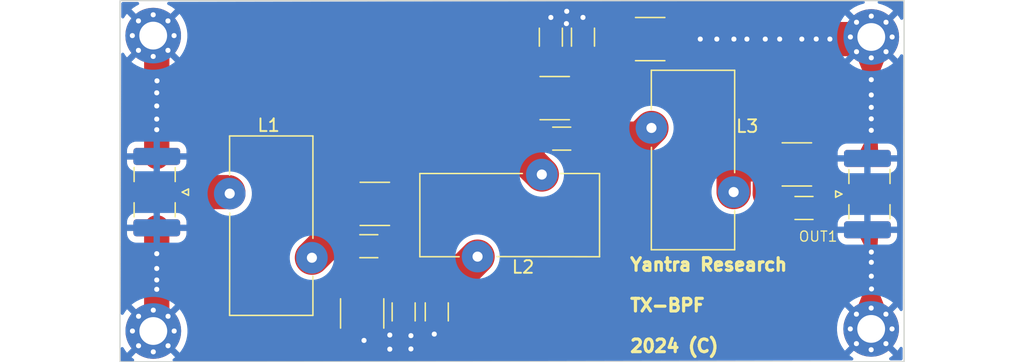
<source format=kicad_pcb>
(kicad_pcb (version 20241129) (generator "pcbnew") (generator_version "9.0")
  (layers (0 "F.Cu" signal) (2 "B.Cu" signal) (13 "F.Paste" user) (15 "B.Paste" user) (5 "F.SilkS" user "F.Silkscreen") (7 "B.SilkS" user "B.Silkscreen") (1 "F.Mask" user) (3 "B.Mask" user) (25 "Edge.Cuts" user) (39 "User.1" signal) (41 "User.2" signal) (43 "User.3" signal) (45 "User.4" signal) (47 "User.5" signal) (49 "User.6" signal) (51 "User.7" signal) (53 "User.8" signal) (55 "User.9" signal))
  (net 0 "")
  (net 1 "GND")
  (net 2 "Net-(IN1-In)")
  (net 3 "Net-(OUT1-In)")
  (net 4 "Net-(CFS1-Pad2)")
  (net 5 "Net-(CSS1-Pad1)")
  (net 6 "Net-(CTS1-Pad1)")
  (net 7 "Net-(CFL1-Pad1)")
  (net 8 "Net-(CSL1-Pad1)")
  (footprint "Capacitor_SMD:C_1812_4532Metric_Pad1.57x3.40mm_HandSolder" (layer "F.Cu") (at 119.7 90.4)
    (property "Reference" "CSS1" (hide yes))
    (property "Value" "100n" (hide yes))
    (fp_line (start -1.161252 -1.71) (end 1.161252 -1.71) (stroke (width 0.12)) (layer "F.SilkS"))
    (fp_line (start -1.161252 1.71) (end 1.161252 1.71) (stroke (width 0.12)) (layer "F.SilkS"))
    (pad "1" smd roundrect (at -2.1375 0) (size 1.575 3.4) (layers "F.Cu" "F.Mask" "F.Paste") (roundrect_rratio 0.15873) (net 5 "Net-(CSS1-Pad1)"))
    (pad "2" smd roundrect (at 2.1375 0) (size 1.575 3.4) (layers "F.Cu" "F.Mask" "F.Paste") (roundrect_rratio 0.15873) (net 8 "Net-(CSL1-Pad1)"))
  )
  (footprint "Capacitor_SMD:C_1812_4532Metric_Pad1.57x3.40mm_HandSolder" (layer "F.Cu") (at 105.475 98.775)
    (property "Reference" "CFS2" (hide yes))
    (property "Value" "100n" (hide yes))
    (fp_line (start -1.161252 -1.71) (end 1.161252 -1.71) (stroke (width 0.12)) (layer "F.SilkS"))
    (fp_line (start -1.161252 1.71) (end 1.161252 1.71) (stroke (width 0.12)) (layer "F.SilkS"))
    (pad "1" smd roundrect (at -2.1375 0) (size 1.575 3.4) (layers "F.Cu" "F.Mask" "F.Paste") (roundrect_rratio 0.15873) (net 4 "Net-(CFS1-Pad2)"))
    (pad "2" smd roundrect (at 2.1375 0) (size 1.575 3.4) (layers "F.Cu" "F.Mask" "F.Paste") (roundrect_rratio 0.15873) (net 7 "Net-(CFL1-Pad1)"))
  )
  (footprint "Capacitor_SMD:C_1206_3216Metric_Pad1.33x1.80mm_HandSolder" (layer "F.Cu") (at 105 102.125 180)
    (property "Reference" "CFS1" (hide yes))
    (property "Value" "100n" (hide yes))
    (fp_line (start -0.711252 0.91) (end 0.711252 0.91) (stroke (width 0.12)) (layer "F.SilkS"))
    (fp_line (start -0.711252 -0.91) (end 0.711252 -0.91) (stroke (width 0.12)) (layer "F.SilkS"))
    (pad "1" smd roundrect (at -1.5625 0 180) (size 1.325 1.8) (layers "F.Cu" "F.Mask" "F.Paste") (roundrect_rratio 0.188679) (net 7 "Net-(CFL1-Pad1)"))
    (pad "2" smd roundrect (at 1.5625 0 180) (size 1.325 1.8) (layers "F.Cu" "F.Mask" "F.Paste") (roundrect_rratio 0.188679) (net 4 "Net-(CFS1-Pad2)"))
  )
  (footprint "Capacitor_SMD:C_1812_4532Metric_Pad1.57x3.40mm_HandSolder" (layer "F.Cu") (at 104.475 107.45 -90)
    (property "Reference" "CFL3" (hide yes))
    (property "Value" "100n" (hide yes))
    (fp_line (start -1.161252 1.71) (end 1.161252 1.71) (stroke (width 0.12)) (layer "F.SilkS"))
    (fp_line (start -1.161252 -1.71) (end 1.161252 -1.71) (stroke (width 0.12)) (layer "F.SilkS"))
    (pad "1" smd roundrect (at -2.1375 0 270) (size 1.575 3.4) (layers "F.Cu" "F.Mask" "F.Paste") (roundrect_rratio 0.15873) (net 7 "Net-(CFL1-Pad1)"))
    (pad "2" smd roundrect (at 2.1375 0 270) (size 1.575 3.4) (layers "F.Cu" "F.Mask" "F.Paste") (roundrect_rratio 0.15873) (net 1 "GND"))
  )
  (footprint "Capacitor_SMD:C_1206_3216Metric_Pad1.33x1.80mm_HandSolder" (layer "F.Cu") (at 110.375 107.325 -90)
    (property "Reference" "CFL2" (hide yes))
    (property "Value" "100n" (hide yes))
    (fp_line (start -0.711252 0.91) (end 0.711252 0.91) (stroke (width 0.12)) (layer "F.SilkS"))
    (fp_line (start -0.711252 -0.91) (end 0.711252 -0.91) (stroke (width 0.12)) (layer "F.SilkS"))
    (pad "1" smd roundrect (at -1.5625 0 270) (size 1.325 1.8) (layers "F.Cu" "F.Mask" "F.Paste") (roundrect_rratio 0.188679) (net 7 "Net-(CFL1-Pad1)"))
    (pad "2" smd roundrect (at 1.5625 0 270) (size 1.325 1.8) (layers "F.Cu" "F.Mask" "F.Paste") (roundrect_rratio 0.188679) (net 1 "GND"))
  )
  (footprint "Capacitor_SMD:C_1206_3216Metric_Pad1.33x1.80mm_HandSolder" (layer "F.Cu") (at 139.4125 99.1)
    (property "Reference" "CTS1" (hide yes))
    (property "Value" "100n" (hide yes))
    (fp_line (start -0.711252 -0.91) (end 0.711252 -0.91) (stroke (width 0.12)) (layer "F.SilkS"))
    (fp_line (start -0.711252 0.91) (end 0.711252 0.91) (stroke (width 0.12)) (layer "F.SilkS"))
    (pad "1" smd roundrect (at -1.5625 0) (size 1.325 1.8) (layers "F.Cu" "F.Mask" "F.Paste") (roundrect_rratio 0.188679) (net 6 "Net-(CTS1-Pad1)"))
    (pad "2" smd roundrect (at 1.5625 0) (size 1.325 1.8) (layers "F.Cu" "F.Mask" "F.Paste") (roundrect_rratio 0.188679) (net 3 "Net-(OUT1-In)"))
  )
  (footprint "Capacitor_SMD:C_1206_3216Metric_Pad1.33x1.80mm_HandSolder" (layer "F.Cu") (at 107.755 107.3275 -90)
    (property "Reference" "CFL1" (hide yes))
    (property "Value" "100n" (hide yes))
    (fp_line (start -0.711252 0.91) (end 0.711252 0.91) (stroke (width 0.12)) (layer "F.SilkS"))
    (fp_line (start -0.711252 -0.91) (end 0.711252 -0.91) (stroke (width 0.12)) (layer "F.SilkS"))
    (pad "1" smd roundrect (at -1.5625 0 270) (size 1.325 1.8) (layers "F.Cu" "F.Mask" "F.Paste") (roundrect_rratio 0.188679) (net 7 "Net-(CFL1-Pad1)"))
    (pad "2" smd roundrect (at 1.5625 0 270) (size 1.325 1.8) (layers "F.Cu" "F.Mask" "F.Paste") (roundrect_rratio 0.188679) (net 1 "GND"))
  )
  (footprint "Connector_Coaxial:SMA_Samtec_SMA-J-P-H-ST-EM1_EdgeMount" (layer "F.Cu") (at 144.675 98)
    (property "Reference" "OUT1" (at -4.1475 3.36 180) (layer "F.SilkS") (effects (font (size 0.8 0.8) (thickness 0.1))))
    (property "Value" "SMA" (hide yes))
    (fp_line (start -2.76 -0.25) (end -2.76 0.25) (stroke (width 0.12)) (layer "F.SilkS"))
    (fp_line (start -2.76 0.25) (end -2.26 0) (stroke (width 0.12)) (layer "F.SilkS"))
    (fp_line (start -2.26 0) (end -2.76 -0.25) (stroke (width 0.12)) (layer "F.SilkS"))
    (fp_line (start -1.71 -0.84) (end -1.71 -1.95) (stroke (width 0.12)) (layer "F.SilkS"))
    (fp_line (start -1.71 1.95) (end -1.71 0.84) (stroke (width 0.12)) (layer "F.SilkS"))
    (fp_line (start 1.54 -0.84) (end 1.54 -1.95) (stroke (width 0.12)) (layer "F.SilkS"))
    (fp_line (start 1.54 1.95) (end 1.54 0.84) (stroke (width 0.12)) (layer "F.SilkS"))
    (pad "1" smd roundrect (at 0 0 90) (size 1.27 3.2) (layers "F.Cu" "F.Mask") (roundrect_rratio 0.1968503937) (net 3 "Net-(OUT1-In)"))
    (pad "2" smd roundrect (at -0.25 -2.825 90) (size 1.35 3.7) (layers "F.Cu" "F.Mask") (roundrect_rratio 0.1851851852) (net 1 "GND"))
    (pad "2" smd roundrect (at -0.25 -2.825 90) (size 1.35 3.7) (layers "B.Cu" "B.Mask") (roundrect_rratio 0.1851851852) (net 1 "GND"))
    (pad "2" smd roundrect (at -0.25 2.825 90) (size 1.35 3.7) (layers "F.Cu" "F.Mask") (roundrect_rratio 0.1851851852) (net 1 "GND"))
    (pad "2" smd roundrect (at -0.25 2.825 90) (size 1.35 3.7) (layers "B.Cu" "B.Mask") (roundrect_rratio 0.1851851852) (net 1 "GND"))
  )
  (footprint "Connector_Coaxial:SMA_Samtec_SMA-J-P-H-ST-EM1_EdgeMount" (layer "F.Cu") (at 87.98 97.845 180)
    (property "Reference" "IN1" (hide yes))
    (property "Value" "SMA" (hide yes))
    (fp_line (start 1.54 1.95) (end 1.54 0.84) (stroke (width 0.12)) (layer "F.SilkS"))
    (fp_line (start 1.54 -0.84) (end 1.54 -1.95) (stroke (width 0.12)) (layer "F.SilkS"))
    (fp_line (start -1.71 1.95) (end -1.71 0.84) (stroke (width 0.12)) (layer "F.SilkS"))
    (fp_line (start -1.71 -0.84) (end -1.71 -1.95) (stroke (width 0.12)) (layer "F.SilkS"))
    (fp_line (start -2.26 0) (end -2.76 -0.25) (stroke (width 0.12)) (layer "F.SilkS"))
    (fp_line (start -2.76 0.25) (end -2.26 0) (stroke (width 0.12)) (layer "F.SilkS"))
    (fp_line (start -2.76 -0.25) (end -2.76 0.25) (stroke (width 0.12)) (layer "F.SilkS"))
    (pad "1" smd roundrect (at 0 0 270) (size 1.27 3.2) (layers "F.Cu" "F.Mask") (roundrect_rratio 0.1968503937) (net 2 "Net-(IN1-In)"))
    (pad "2" smd roundrect (at -0.25 -2.825 270) (size 1.35 3.7) (layers "F.Cu" "F.Mask") (roundrect_rratio 0.1851851852) (net 1 "GND"))
    (pad "2" smd roundrect (at -0.25 -2.825 270) (size 1.35 3.7) (layers "B.Cu" "B.Mask") (roundrect_rratio 0.1851851852) (net 1 "GND"))
    (pad "2" smd roundrect (at -0.25 2.825 270) (size 1.35 3.7) (layers "F.Cu" "F.Mask") (roundrect_rratio 0.1851851852) (net 1 "GND"))
    (pad "2" smd roundrect (at -0.25 2.825 270) (size 1.35 3.7) (layers "B.Cu" "B.Mask") (roundrect_rratio 0.1851851852) (net 1 "GND"))
  )
  (footprint "footprints:T50-6" (layer "F.Cu") (at 116.14 101.95 180)
    (property "Reference" "L2" (at -1.06 -1.825 0) (layer "F.SilkS"))
    (property "Value" "L_Small" (hide yes))
    (fp_line (start 7.105 -1.01) (end 7.105 5.58) (stroke (width 0.12)) (layer "F.SilkS"))
    (fp_line (start 4 -1.01) (end 7.105 -1.01) (stroke (width 0.12)) (layer "F.SilkS"))
    (fp_line (start -1 5.58) (end 7.105 5.58) (stroke (width 0.12)) (layer "F.SilkS"))
    (fp_line (start -7.105 5.58) (end -4 5.58) (stroke (width 0.12)) (layer "F.SilkS"))
    (fp_line (start -7.105 -1.01) (end 1 -1) (stroke (width 0.12)) (layer "F.SilkS"))
    (fp_line (start -7.105 -1.01) (end -7.105 5.58) (stroke (width 0.12)) (layer "F.SilkS"))
    (pad "1" thru_hole circle (at 2.54 -1 180) (size 2.5 2.5) (drill 0.8) (layers "*.Cu" "*.Mask") (net 7 "Net-(CFL1-Pad1)"))
    (pad "2" thru_hole circle (at -2.54 5.5 180) (size 2.5 2.5) (drill 0.8) (layers "*.Cu" "*.Mask") (net 5 "Net-(CSS1-Pad1)"))
  )
  (footprint "Capacitor_SMD:C_1812_4532Metric_Pad1.57x3.40mm_HandSolder" (layer "F.Cu") (at 138.85 95.65)
    (property "Reference" "CTS2" (hide yes))
    (property "Value" "100n" (hide yes))
    (fp_line (start -1.161252 -1.71) (end 1.161252 -1.71) (stroke (width 0.12)) (layer "F.SilkS"))
    (fp_line (start -1.161252 1.71) (end 1.161252 1.71) (stroke (width 0.12)) (layer "F.SilkS"))
    (pad "1" smd roundrect (at -2.1375 0) (size 1.575 3.4) (layers "F.Cu" "F.Mask" "F.Paste") (roundrect_rratio 0.15873) (net 6 "Net-(CTS1-Pad1)"))
    (pad "2" smd roundrect (at 2.1375 0) (size 1.575 3.4) (layers "F.Cu" "F.Mask" "F.Paste") (roundrect_rratio 0.15873) (net 3 "Net-(OUT1-In)"))
  )
  (footprint "Capacitor_SMD:C_1206_3216Metric_Pad1.33x1.80mm_HandSolder" (layer "F.Cu") (at 120.255 93.6075)
    (property "Reference" "CSS2" (hide yes))
    (property "Value" "100n" (hide yes))
    (fp_line (start -0.711252 -0.91) (end 0.711252 -0.91) (stroke (width 0.12)) (layer "F.SilkS"))
    (fp_line (start -0.711252 0.91) (end 0.711252 0.91) (stroke (width 0.12)) (layer "F.SilkS"))
    (pad "1" smd roundrect (at -1.5625 0) (size 1.325 1.8) (layers "F.Cu" "F.Mask" "F.Paste") (roundrect_rratio 0.188679) (net 5 "Net-(CSS1-Pad1)"))
    (pad "2" smd roundrect (at 1.5625 0) (size 1.325 1.8) (layers "F.Cu" "F.Mask" "F.Paste") (roundrect_rratio 0.188679) (net 8 "Net-(CSL1-Pad1)"))
  )
  (footprint "Capacitor_SMD:C_1206_3216Metric_Pad1.33x1.80mm_HandSolder" (layer "F.Cu") (at 121.935 85.5725 90)
    (property "Reference" "CSL3" (hide yes))
    (property "Value" "100n" (hide yes))
    (fp_line (start -0.711252 -0.91) (end 0.711252 -0.91) (stroke (width 0.12)) (layer "F.SilkS"))
    (fp_line (start -0.711252 0.91) (end 0.711252 0.91) (stroke (width 0.12)) (layer "F.SilkS"))
    (pad "1" smd roundrect (at -1.5625 0 90) (size 1.325 1.8) (layers "F.Cu" "F.Mask" "F.Paste") (roundrect_rratio 0.188679) (net 8 "Net-(CSL1-Pad1)"))
    (pad "2" smd roundrect (at 1.5625 0 90) (size 1.325 1.8) (layers "F.Cu" "F.Mask" "F.Paste") (roundrect_rratio 0.188679) (net 1 "GND"))
  )
  (footprint "MountingHole:MountingHole_2.2mm_M2_Pad_Via" (layer "F.Cu") (at 87.958274 108.841726)
    (property "Reference" "H4" (hide yes))
    (property "Value" "MountingHole_Pad" (hide yes))
    (pad "1" thru_hole circle (at -1.65 0) (size 0.7 0.7) (drill 0.4) (layers "*.Cu" "*.Mask") (net 1 "GND"))
    (pad "1" thru_hole circle (at -1.166726 -1.166726) (size 0.7 0.7) (drill 0.4) (layers "*.Cu" "*.Mask") (net 1 "GND"))
    (pad "1" thru_hole circle (at -1.166726 1.166726) (size 0.7 0.7) (drill 0.4) (layers "*.Cu" "*.Mask") (net 1 "GND"))
    (pad "1" thru_hole circle (at 0 -1.65) (size 0.7 0.7) (drill 0.4) (layers "*.Cu" "*.Mask") (net 1 "GND"))
    (pad "1" thru_hole circle (at 0 0) (size 4.4 4.4) (drill 2.2) (layers "*.Cu" "*.Mask") (net 1 "GND"))
    (pad "1" thru_hole circle (at 0 1.65) (size 0.7 0.7) (drill 0.4) (layers "*.Cu" "*.Mask") (net 1 "GND"))
    (pad "1" thru_hole circle (at 1.166726 -1.166726) (size 0.7 0.7) (drill 0.4) (layers "*.Cu" "*.Mask") (net 1 "GND"))
    (pad "1" thru_hole circle (at 1.166726 1.166726) (size 0.7 0.7) (drill 0.4) (layers "*.Cu" "*.Mask") (net 1 "GND"))
    (pad "1" thru_hole circle (at 1.65 0) (size 0.7 0.7) (drill 0.4) (layers "*.Cu" "*.Mask") (net 1 "GND"))
  )
  (footprint "footprints:T50-6" (layer "F.Cu") (at 128.35 95.3 90)
    (property "Reference" "L3" (at 2.675 6.575 180) (layer "F.SilkS"))
    (property "Value" "L_Small" (hide yes))
    (fp_line (start 7.105 -1.01) (end 7.105 5.58) (stroke (width 0.12)) (layer "F.SilkS"))
    (fp_line (start 4 -1.01) (end 7.105 -1.01) (stroke (width 0.12)) (layer "F.SilkS"))
    (fp_line (start -7.105 -1.01) (end 1 -1) (stroke (width 0.12)) (layer "F.SilkS"))
    (fp_line (start -7.105 -1.01) (end -7.105 5.58) (stroke (width 0.12)) (layer "F.SilkS"))
    (fp_line (start -1 5.58) (end 7.105 5.58) (stroke (width 0.12)) (layer "F.SilkS"))
    (fp_line (start -7.105 5.58) (end -4 5.58) (stroke (width 0.12)) (layer "F.SilkS"))
    (pad "1" thru_hole circle (at 2.54 -1 90) (size 2.5 2.5) (drill 0.8) (layers "*.Cu" "*.Mask") (net 8 "Net-(CSL1-Pad1)"))
    (pad "2" thru_hole circle (at -2.54 5.5 90) (size 2.5 2.5) (drill 0.8) (layers "*.Cu" "*.Mask") (net 6 "Net-(CTS1-Pad1)"))
  )
  (footprint "Capacitor_SMD:C_1812_4532Metric_Pad1.57x3.40mm_HandSolder" (layer "F.Cu") (at 127.25 85.725)
    (property "Reference" "CSL2" (hide yes))
    (property "Value" "100n" (hide yes))
    (fp_line (start -1.161252 -1.71) (end 1.161252 -1.71) (stroke (width 0.12)) (layer "F.SilkS"))
    (fp_line (start -1.161252 1.71) (end 1.161252 1.71) (stroke (width 0.12)) (layer "F.SilkS"))
    (pad "1" smd roundrect (at -2.1375 0) (size 1.575 3.4) (layers "F.Cu" "F.Mask" "F.Paste") (roundrect_rratio 0.15873) (net 8 "Net-(CSL1-Pad1)"))
    (pad "2" smd roundrect (at 2.1375 0) (size 1.575 3.4) (layers "F.Cu" "F.Mask" "F.Paste") (roundrect_rratio 0.15873) (net 1 "GND"))
  )
  (footprint "MountingHole:MountingHole_2.2mm_M2_Pad_Via" (layer "F.Cu") (at 144.733274 85.558274)
    (property "Reference" "H2" (hide yes))
    (property "Value" "MountingHole_Pad" (hide yes))
    (pad "1" thru_hole circle (at -1.65 0) (size 0.7 0.7) (drill 0.4) (layers "*.Cu" "*.Mask") (net 1 "GND"))
    (pad "1" thru_hole circle (at -1.166726 -1.166726) (size 0.7 0.7) (drill 0.4) (layers "*.Cu" "*.Mask") (net 1 "GND"))
    (pad "1" thru_hole circle (at -1.166726 1.166726) (size 0.7 0.7) (drill 0.4) (layers "*.Cu" "*.Mask") (net 1 "GND"))
    (pad "1" thru_hole circle (at 0 -1.65) (size 0.7 0.7) (drill 0.4) (layers "*.Cu" "*.Mask") (net 1 "GND"))
    (pad "1" thru_hole circle (at 0 0) (size 4.4 4.4) (drill 2.2) (layers "*.Cu" "*.Mask") (net 1 "GND"))
    (pad "1" thru_hole circle (at 0 1.65) (size 0.7 0.7) (drill 0.4) (layers "*.Cu" "*.Mask") (net 1 "GND"))
    (pad "1" thru_hole circle (at 1.166726 -1.166726) (size 0.7 0.7) (drill 0.4) (layers "*.Cu" "*.Mask") (net 1 "GND"))
    (pad "1" thru_hole circle (at 1.166726 1.166726) (size 0.7 0.7) (drill 0.4) (layers "*.Cu" "*.Mask") (net 1 "GND"))
    (pad "1" thru_hole circle (at 1.65 0) (size 0.7 0.7) (drill 0.4) (layers "*.Cu" "*.Mask") (net 1 "GND"))
  )
  (footprint "footprints:T50-6" (layer "F.Cu") (at 95 100.5 90)
    (property "Reference" "L1" (at 7.95 2.075 180) (layer "F.SilkS"))
    (property "Value" "L_Small" (hide yes))
    (fp_line (start 7.105 -1.01) (end 7.105 5.58) (stroke (width 0.12)) (layer "F.SilkS"))
    (fp_line (start 4 -1.01) (end 7.105 -1.01) (stroke (width 0.12)) (layer "F.SilkS"))
    (fp_line (start -7.105 -1.01) (end 1 -1) (stroke (width 0.12)) (layer "F.SilkS"))
    (fp_line (start -7.105 -1.01) (end -7.105 5.58) (stroke (width 0.12)) (layer "F.SilkS"))
    (fp_line (start -1 5.58) (end 7.105 5.58) (stroke (width 0.12)) (layer "F.SilkS"))
    (fp_line (start -7.105 5.58) (end -4 5.58) (stroke (width 0.12)) (layer "F.SilkS"))
    (pad "1" thru_hole circle (at 2.54 -1 90) (size 2.5 2.5) (drill 0.8) (layers "*.Cu" "*.Mask") (net 2 "Net-(IN1-In)"))
    (pad "2" thru_hole circle (at -2.54 5.5 90) (size 2.5 2.5) (drill 0.8) (layers "*.Cu" "*.Mask") (net 4 "Net-(CFS1-Pad2)"))
  )
  (footprint "MountingHole:MountingHole_2.2mm_M2_Pad_Via" (layer "F.Cu") (at 144.725 108.675)
    (property "Reference" "H3" (hide yes))
    (property "Value" "MountingHole_Pad" (hide yes))
    (pad "1" thru_hole circle (at -1.65 0) (size 0.7 0.7) (drill 0.4) (layers "*.Cu" "*.Mask") (net 1 "GND"))
    (pad "1" thru_hole circle (at -1.166726 -1.166726) (size 0.7 0.7) (drill 0.4) (layers "*.Cu" "*.Mask") (net 1 "GND"))
    (pad "1" thru_hole circle (at -1.166726 1.166726) (size 0.7 0.7) (drill 0.4) (layers "*.Cu" "*.Mask") (net 1 "GND"))
    (pad "1" thru_hole circle (at 0 -1.65) (size 0.7 0.7) (drill 0.4) (layers "*.Cu" "*.Mask") (net 1 "GND"))
    (pad "1" thru_hole circle (at 0 0) (size 4.4 4.4) (drill 2.2) (layers "*.Cu" "*.Mask") (net 1 "GND"))
    (pad "1" thru_hole circle (at 0 1.65) (size 0.7 0.7) (drill 0.4) (layers "*.Cu" "*.Mask") (net 1 "GND"))
    (pad "1" thru_hole circle (at 1.166726 -1.166726) (size 0.7 0.7) (drill 0.4) (layers "*.Cu" "*.Mask") (net 1 "GND"))
    (pad "1" thru_hole circle (at 1.166726 1.166726) (size 0.7 0.7) (drill 0.4) (layers "*.Cu" "*.Mask") (net 1 "GND"))
    (pad "1" thru_hole circle (at 1.65 0) (size 0.7 0.7) (drill 0.4) (layers "*.Cu" "*.Mask") (net 1 "GND"))
  )
  (footprint "MountingHole:MountingHole_2.2mm_M2_Pad_Via" (layer "F.Cu") (at 87.95 85.45)
    (property "Reference" "H1" (hide yes))
    (property "Value" "MountingHole_Pad" (hide yes))
    (pad "1" thru_hole circle (at -1.65 0) (size 0.7 0.7) (drill 0.4) (layers "*.Cu" "*.Mask") (net 1 "GND"))
    (pad "1" thru_hole circle (at -1.166726 -1.166726) (size 0.7 0.7) (drill 0.4) (layers "*.Cu" "*.Mask") (net 1 "GND"))
    (pad "1" thru_hole circle (at -1.166726 1.166726) (size 0.7 0.7) (drill 0.4) (layers "*.Cu" "*.Mask") (net 1 "GND"))
    (pad "1" thru_hole circle (at 0 -1.65) (size 0.7 0.7) (drill 0.4) (layers "*.Cu" "*.Mask") (net 1 "GND"))
    (pad "1" thru_hole circle (at 0 0) (size 4.4 4.4) (drill 2.2) (layers "*.Cu" "*.Mask") (net 1 "GND"))
    (pad "1" thru_hole circle (at 0 1.65) (size 0.7 0.7) (drill 0.4) (layers "*.Cu" "*.Mask") (net 1 "GND"))
    (pad "1" thru_hole circle (at 1.166726 -1.166726) (size 0.7 0.7) (drill 0.4) (layers "*.Cu" "*.Mask") (net 1 "GND"))
    (pad "1" thru_hole circle (at 1.166726 1.166726) (size 0.7 0.7) (drill 0.4) (layers "*.Cu" "*.Mask") (net 1 "GND"))
    (pad "1" thru_hole circle (at 1.65 0) (size 0.7 0.7) (drill 0.4) (layers "*.Cu" "*.Mask") (net 1 "GND"))
  )
  (footprint "Capacitor_SMD:C_1206_3216Metric_Pad1.33x1.80mm_HandSolder" (layer "F.Cu") (at 119.395 85.575 90)
    (property "Reference" "CSL1" (hide yes))
    (property "Value" "100n" (hide yes))
    (fp_line (start -0.711252 -0.91) (end 0.711252 -0.91) (stroke (width 0.12)) (layer "F.SilkS"))
    (fp_line (start -0.711252 0.91) (end 0.711252 0.91) (stroke (width 0.12)) (layer "F.SilkS"))
    (pad "1" smd roundrect (at -1.5625 0 90) (size 1.325 1.8) (layers "F.Cu" "F.Mask" "F.Paste") (roundrect_rratio 0.188679) (net 8 "Net-(CSL1-Pad1)"))
    (pad "2" smd roundrect (at 1.5625 0 90) (size 1.325 1.8) (layers "F.Cu" "F.Mask" "F.Paste") (roundrect_rratio 0.188679) (net 1 "GND"))
  )
  (gr_rect (start 85.3267 82.68) (end 147.3267 111.28) (stroke (width 0.1)) (fill no) (layer "Edge.Cuts"))
  (gr_text "Yantra Research\n\nTX-BPF\n\n2024 (C)" (at 125.54 110.61 0) (layer "F.SilkS") (effects (font (size 1 1) (thickness 0.25) (bold yes)) (justify left bottom)))
  (segment (start 129.3875 85.725) (end 144.566548 85.725) (width 2.7097) (layer "F.Cu") (net 1))
  (segment (start 88.23 92.06) (end 88.23 91.02) (width 2) (layer "F.Cu") (net 1))
  (segment (start 88.23 89.17) (end 88.23 88.54) (width 2) (layer "F.Cu") (net 1))
  (segment (start 88.23 89.98) (end 88.23 89.17) (width 2) (layer "F.Cu") (net 1))
  (segment (start 144.725 108.675) (end 144.725 100.8375) (width 1) (layer "F.Cu") (net 1))
  (segment (start 88.23 95.02) (end 88.23 92.9) (width 2) (layer "F.Cu") (net 1))
  (segment (start 120.64 84.0125) (end 121.9325 84.0125) (width 2) (layer "F.Cu") (net 1))
  (segment (start 104.475 109.5875) (end 109.675 109.5875) (width 2.7097) (layer "F.Cu") (net 1))
  (segment (start 88.23 103.89) (end 88.23 104.8) (width 2) (layer "F.Cu") (net 1))
  (segment (start 109.675 109.5875) (end 110.375 108.8875) (width 2.7097) (layer "F.Cu") (net 1))
  (segment (start 88.23 105.54) (end 88.23 108.57) (width 2) (layer "F.Cu") (net 1))
  (segment (start 121.9325 84.0125) (end 121.935 84.01) (width 2) (layer "F.Cu") (net 1))
  (segment (start 88.23 104.8) (end 88.23 105.54) (width 2) (layer "F.Cu") (net 1))
  (segment (start 144.7375 95.175) (end 144.7375 85.5625) (width 1) (layer "F.Cu") (net 1))
  (segment (start 88.23 102.72) (end 88.23 103.89) (width 2) (layer "F.Cu") (net 1))
  (segment (start 88.23 91.02) (end 88.23 89.98) (width 2) (layer "F.Cu") (net 1))
  (segment (start 119.395 84.0125) (end 120.64 84.0125) (width 2) (layer "F.Cu") (net 1))
  (segment (start 88.23 88.54) (end 88.23 85.73) (width 2) (layer "F.Cu") (net 1))
  (segment (start 88.23 100.67) (end 88.23 102.72) (width 2) (layer "F.Cu") (net 1))
  (segment (start 88.23 92.9) (end 88.23 92.06) (width 2) (layer "F.Cu") (net 1))
  (via (at 110.17625 109.08625) (size 0.8) (drill 0.4) (layers "F.Cu" "B.Cu") (net 1))
  (via (at 137.49 85.725) (size 0.8) (drill 0.4) (layers "F.Cu" "B.Cu") (net 1))
  (via (at 104.62 109.5875) (size 0.8) (drill 0.4) (layers "F.Cu" "B.Cu") (net 1))
  (via (at 88.23 92.9) (size 0.8) (drill 0.4) (layers "F.Cu" "B.Cu") (net 1))
  (via (at 106.66 109.16) (size 0.8) (drill 0.4) (layers "F.Cu" "B.Cu") (net 1))
  (via (at 139.24 85.725) (size 0.8) (drill 0.4) (layers "F.Cu" "B.Cu") (net 1))
  (via (at 144.7375 103.4) (size 0.8) (drill 0.4) (layers "F.Cu" "B.Cu") (net 1))
  (via (at 133.87 85.725) (size 0.8) (drill 0.4) (layers "F.Cu" "B.Cu") (net 1))
  (via (at 144.7375 104.5) (size 0.8) (drill 0.4) (layers "F.Cu" "B.Cu") (net 1))
  (via (at 88.23 91.02) (size 0.8) (drill 0.4) (layers "F.Cu" "B.Cu") (net 1))
  (via (at 88.25 89.03) (size 0.8) (drill 0.4) (layers "F.Cu" "B.Cu") (net 1))
  (via (at 144.733274 88.94) (size 0.8) (drill 0.4) (layers "F.Cu" "B.Cu") (net 1))
  (via (at 121.935 84.01) (size 0.8) (drill 0.4) (layers "F.Cu" "B.Cu") (net 1))
  (via (at 140.38 85.72) (size 0.8) (drill 0.4) (layers "F.Cu" "B.Cu") (net 1))
  (via (at 88.23 102.72) (size 0.8) (drill 0.4) (layers "F.Cu" "B.Cu") (net 1))
  (via (at 88.23 105.54) (size 0.8) (drill 0.4) (layers "F.Cu" "B.Cu") (net 1))
  (via (at 88.23 103.89) (size 0.8) (drill 0.4) (layers "F.Cu" "B.Cu") (net 1))
  (via (at 144.733274 92.95) (size 0.8) (drill 0.4) (layers "F.Cu" "B.Cu") (net 1))
  (via (at 144.733274 92.04) (size 0.8) (drill 0.4) (layers "F.Cu" "B.Cu") (net 1))
  (via (at 88.23 104.8) (size 0.8) (drill 0.4) (layers "F.Cu" "B.Cu") (net 1))
  (via (at 88.23 92.06) (size 0.8) (drill 0.4) (layers "F.Cu" "B.Cu") (net 1))
  (via (at 108.33 109.21) (size 0.8) (drill 0.4) (layers "F.Cu" "B.Cu") (net 1))
  (via (at 144.75 105.51) (size 0.8) (drill 0.4) (layers "F.Cu" "B.Cu") (net 1))
  (via (at 120.65 83.525) (size 0.8) (drill 0.4) (layers "F.Cu" "B.Cu") (net 1))
  (via (at 144.733274 91.13) (size 0.8) (drill 0.4) (layers "F.Cu" "B.Cu") (net 1))
  (via (at 88.23 89.98) (size 0.8) (drill 0.4) (layers "F.Cu" "B.Cu") (net 1))
  (via (at 106.66 110.28) (size 0.8) (drill 0.4) (layers "F.Cu" "B.Cu") (net 1))
  (via (at 131.21 85.725) (size 0.8) (drill 0.4) (layers "F.Cu" "B.Cu") (net 1))
  (via (at 141.46 85.725) (size 0.8) (drill 0.4) (layers "F.Cu" "B.Cu") (net 1))
  (via (at 119.395 84.0125) (size 0.8) (drill 0.4) (layers "F.Cu" "B.Cu") (net 1))
  (via (at 120.625 84.5) (size 0.8) (drill 0.4) (layers "F.Cu" "B.Cu") (net 1))
  (via (at 132.52 85.725) (size 0.8) (drill 0.4) (layers "F.Cu" "B.Cu") (net 1))
  (via (at 136.35 85.725) (size 0.8) (drill 0.4) (layers "F.Cu" "B.Cu") (net 1))
  (via (at 134.9 85.725) (size 0.8) (drill 0.4) (layers "F.Cu" "B.Cu") (net 1))
  (via (at 108.33 110.26) (size 0.8) (drill 0.4) (layers "F.Cu" "B.Cu") (net 1))
  (via (at 144.733274 90.15) (size 0.8) (drill 0.4) (layers "F.Cu" "B.Cu") (net 1))
  (via (at 144.7375 102.59) (size 0.8) (drill 0.4) (layers "F.Cu" "B.Cu") (net 1))
  (segment (start 87.98 97.845) (end 93.885 97.845) (width 2.7097) (layer "F.Cu") (net 2))
  (segment (start 140.9875 99.0875) (end 140.975 99.1) (width 2) (layer "F.Cu") (net 3))
  (segment (start 140.9875 98) (end 144.675 98) (width 2) (layer "F.Cu") (net 3))
  (segment (start 144.9875 98) (end 140.9875 98) (width 2) (layer "F.Cu") (net 3))
  (segment (start 140.9875 95.65) (end 140.9875 98) (width 2) (layer "F.Cu") (net 3))
  (segment (start 140.9875 98) (end 140.9875 99.0875) (width 2) (layer "F.Cu") (net 3))
  (segment (start 103.3375 100.2025) (end 100.5 103.04) (width 2.7097) (layer "F.Cu") (net 4))
  (segment (start 103.3375 98.775) (end 103.3375 100.2025) (width 2.7097) (layer "F.Cu") (net 4))
  (segment (start 117.5625 95.3325) (end 118.68 96.45) (width 2.7097) (layer "F.Cu") (net 5))
  (segment (start 117.5625 90.4) (end 117.5625 95.3325) (width 2.7097) (layer "F.Cu") (net 5))
  (segment (start 136.7125 95.65) (end 136.7125 97.9625) (width 2.7097) (layer "F.Cu") (net 6))
  (segment (start 136.7125 97.9625) (end 137.85 99.1) (width 2.7097) (layer "F.Cu") (net 6))
  (segment (start 133.85 96.19) (end 134.39 95.65) (width 2.7097) (layer "F.Cu") (net 6))
  (segment (start 133.85 97.84) (end 133.85 96.19) (width 2.7097) (layer "F.Cu") (net 6))
  (segment (start 134.39 95.65) (end 136.7125 95.65) (width 2.7097) (layer "F.Cu") (net 6))
  (segment (start 107.755 105.765) (end 107.755 98.9175) (width 2.7097) (layer "F.Cu") (net 7))
  (segment (start 104.475 105.3125) (end 111.2375 105.3125) (width 2.7097) (layer "F.Cu") (net 7))
  (segment (start 111.2375 105.3125) (end 113.6 102.95) (width 2.7097) (layer "F.Cu") (net 7))
  (segment (start 123.7 87.1375) (end 125.1125 85.725) (width 2.7097) (layer "F.Cu") (net 8))
  (segment (start 121.8175 93.6075) (end 121.8175 87.2525) (width 2.7097) (layer "F.Cu") (net 8))
  (segment (start 126.5025 93.6075) (end 127.35 92.76) (width 2.7097) (layer "F.Cu") (net 8))
  (segment (start 121.8175 93.6075) (end 126.5025 93.6075) (width 2.7097) (layer "F.Cu") (net 8))
  (segment (start 119.395 87.1375) (end 123.7 87.1375) (width 2.7097) (layer "F.Cu") (net 8))
  (segment (start 121.8175 87.2525) (end 121.935 87.135) (width 2.7097) (layer "F.Cu") (net 8))
  (zone (net 1) (net_name "GND") (layer "B.Cu") (priority 1) (connect_pads (clearance 0.5)) (min_thickness 0.25) (fill yes (thermal_gap 0.5) (thermal_bridge_width 0.5))
    (polygon (pts (xy 85.423151 82.787009) (xy 85.3695 111.275174) (xy 147.21359 111.165414) (xy 147.267241 82.677249)))
  )
)
</source>
